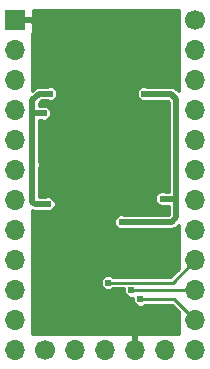
<source format=gbl>
G04 #@! TF.FileFunction,Copper,L2,Bot,Signal*
%FSLAX46Y46*%
G04 Gerber Fmt 4.6, Leading zero omitted, Abs format (unit mm)*
G04 Created by KiCad (PCBNEW 4.0.7) date 11/16/17 22:13:52*
%MOMM*%
%LPD*%
G01*
G04 APERTURE LIST*
%ADD10C,0.100000*%
%ADD11C,1.700000*%
%ADD12O,1.700000X1.700000*%
%ADD13R,1.700000X1.700000*%
%ADD14C,0.609600*%
%ADD15C,0.508000*%
%ADD16C,0.254000*%
G04 APERTURE END LIST*
D10*
D11*
X96520000Y-119380000D03*
D12*
X96520000Y-121920000D03*
X96520000Y-124460000D03*
X96520000Y-127000000D03*
X96520000Y-129540000D03*
X96520000Y-132080000D03*
X96520000Y-134620000D03*
X96520000Y-137160000D03*
X96520000Y-139700000D03*
X96520000Y-142240000D03*
X96520000Y-144780000D03*
X96520000Y-147320000D03*
D11*
X83820000Y-147320000D03*
D12*
X86360000Y-147320000D03*
X88900000Y-147320000D03*
X91440000Y-147320000D03*
X93980000Y-147320000D03*
D13*
X81280000Y-119380000D03*
D12*
X81280000Y-121920000D03*
X81280000Y-124460000D03*
X81280000Y-127000000D03*
X81280000Y-129540000D03*
X81280000Y-132080000D03*
X81280000Y-134620000D03*
X81280000Y-137160000D03*
X81280000Y-139700000D03*
X81280000Y-142240000D03*
X81280000Y-144780000D03*
X81280000Y-147320000D03*
D14*
X85090000Y-135743202D03*
X91440000Y-123507500D03*
X85979000Y-123507500D03*
X88138000Y-119316500D03*
X89598500Y-119316500D03*
X91059000Y-119316500D03*
X93662500Y-137223500D03*
X92646500Y-139827000D03*
X91630500Y-130111500D03*
X83693000Y-129032000D03*
X86106000Y-130111500D03*
X91313000Y-135318500D03*
X88200000Y-132205500D03*
X89662000Y-132207000D03*
X88200000Y-133605500D03*
X89600000Y-133605500D03*
X82740500Y-131625000D03*
X84221320Y-125590300D03*
X83693000Y-127254000D03*
X92202000Y-125603000D03*
X90297000Y-136461500D03*
X84074000Y-134937500D03*
X94932500Y-131635500D03*
X93789500Y-134493000D03*
X91134500Y-142240000D03*
X89150000Y-141605000D03*
X91884500Y-143002000D03*
D15*
X91440000Y-147320000D02*
X91440000Y-145669000D01*
X81280000Y-119380000D02*
X83439000Y-119380000D01*
D16*
X88037500Y-132043000D02*
X88011000Y-132016500D01*
X89762500Y-132043000D02*
X89789000Y-132016500D01*
X88037500Y-133768000D02*
X88011000Y-133794500D01*
X89762500Y-133768000D02*
X89789000Y-133794500D01*
D15*
X82740500Y-129032000D02*
X82740500Y-131625000D01*
X82740500Y-131625000D02*
X82740500Y-132588000D01*
X84221320Y-125590300D02*
X83324700Y-125590300D01*
X83324700Y-125590300D02*
X82740500Y-126174500D01*
X82740500Y-126174500D02*
X82740500Y-127254000D01*
X92202000Y-125603000D02*
X94497445Y-125603000D01*
X94497445Y-125603000D02*
X94932500Y-126038055D01*
X94932500Y-126038055D02*
X94932500Y-131635500D01*
X82740500Y-134747000D02*
X82931000Y-134937500D01*
X82931000Y-134937500D02*
X84074000Y-134937500D01*
X82740500Y-132588000D02*
X82740500Y-134747000D01*
X82740500Y-127254000D02*
X82740500Y-129032000D01*
X82740500Y-127254000D02*
X83693000Y-127254000D01*
X94932500Y-131635500D02*
X94932500Y-134493000D01*
X94932500Y-134493000D02*
X94932500Y-136080500D01*
X93789500Y-134493000D02*
X94220552Y-134493000D01*
X94220552Y-134493000D02*
X94932500Y-134493000D01*
X94932500Y-136080500D02*
X94551500Y-136461500D01*
X94551500Y-136461500D02*
X90297000Y-136461500D01*
D16*
X96520000Y-142240000D02*
X91134500Y-142240000D01*
X96520000Y-139700000D02*
X94615000Y-141605000D01*
X94615000Y-141605000D02*
X89150000Y-141605000D01*
X96520000Y-144780000D02*
X94742000Y-143002000D01*
X94742000Y-143002000D02*
X91884500Y-143002000D01*
G36*
X95123000Y-125406897D02*
X94908274Y-125192171D01*
X94719784Y-125066226D01*
X94497445Y-125022000D01*
X92450300Y-125022000D01*
X92328224Y-124971310D01*
X92076879Y-124971090D01*
X91844581Y-125067073D01*
X91666698Y-125244647D01*
X91570310Y-125476776D01*
X91570090Y-125728121D01*
X91666073Y-125960419D01*
X91843647Y-126138302D01*
X92075776Y-126234690D01*
X92327121Y-126234910D01*
X92450333Y-126184000D01*
X94256787Y-126184000D01*
X94351500Y-126278713D01*
X94351500Y-131387200D01*
X94300810Y-131509276D01*
X94300590Y-131760621D01*
X94351500Y-131883833D01*
X94351500Y-133912000D01*
X94037800Y-133912000D01*
X93915724Y-133861310D01*
X93664379Y-133861090D01*
X93432081Y-133957073D01*
X93254198Y-134134647D01*
X93157810Y-134366776D01*
X93157590Y-134618121D01*
X93253573Y-134850419D01*
X93431147Y-135028302D01*
X93663276Y-135124690D01*
X93914621Y-135124910D01*
X94037833Y-135074000D01*
X94351500Y-135074000D01*
X94351500Y-135839842D01*
X94310842Y-135880500D01*
X90545300Y-135880500D01*
X90423224Y-135829810D01*
X90171879Y-135829590D01*
X89939581Y-135925573D01*
X89761698Y-136103147D01*
X89665310Y-136335276D01*
X89665090Y-136586621D01*
X89761073Y-136818919D01*
X89938647Y-136996802D01*
X90170776Y-137093190D01*
X90422121Y-137093410D01*
X90545333Y-137042500D01*
X94551500Y-137042500D01*
X94773839Y-136998274D01*
X94962329Y-136872329D01*
X95123000Y-136711658D01*
X95123000Y-140454948D01*
X94426948Y-141151000D01*
X89589514Y-141151000D01*
X89508353Y-141069698D01*
X89276224Y-140973310D01*
X89024879Y-140973090D01*
X88792581Y-141069073D01*
X88614698Y-141246647D01*
X88518310Y-141478776D01*
X88518090Y-141730121D01*
X88614073Y-141962419D01*
X88791647Y-142140302D01*
X89023776Y-142236690D01*
X89275121Y-142236910D01*
X89507419Y-142140927D01*
X89589489Y-142059000D01*
X90525555Y-142059000D01*
X90502810Y-142113776D01*
X90502590Y-142365121D01*
X90598573Y-142597419D01*
X90776147Y-142775302D01*
X91008276Y-142871690D01*
X91254417Y-142871905D01*
X91252810Y-142875776D01*
X91252590Y-143127121D01*
X91348573Y-143359419D01*
X91526147Y-143537302D01*
X91758276Y-143633690D01*
X92009621Y-143633910D01*
X92241919Y-143537927D01*
X92323989Y-143456000D01*
X94553948Y-143456000D01*
X95123000Y-144025052D01*
X95123000Y-145923000D01*
X91904271Y-145923000D01*
X91796890Y-145878524D01*
X91712613Y-145923000D01*
X91167387Y-145923000D01*
X91083110Y-145878524D01*
X90975729Y-145923000D01*
X82677000Y-145923000D01*
X82677000Y-135453119D01*
X82708661Y-135474274D01*
X82931000Y-135518500D01*
X83825700Y-135518500D01*
X83947776Y-135569190D01*
X84199121Y-135569410D01*
X84431419Y-135473427D01*
X84609302Y-135295853D01*
X84705690Y-135063724D01*
X84705910Y-134812379D01*
X84609927Y-134580081D01*
X84432353Y-134402198D01*
X84200224Y-134305810D01*
X83948879Y-134305590D01*
X83825667Y-134356500D01*
X83321500Y-134356500D01*
X83321500Y-131873300D01*
X83372190Y-131751224D01*
X83372410Y-131499879D01*
X83321500Y-131376667D01*
X83321500Y-127835000D01*
X83444700Y-127835000D01*
X83566776Y-127885690D01*
X83818121Y-127885910D01*
X84050419Y-127789927D01*
X84228302Y-127612353D01*
X84324690Y-127380224D01*
X84324910Y-127128879D01*
X84228927Y-126896581D01*
X84051353Y-126718698D01*
X83819224Y-126622310D01*
X83567879Y-126622090D01*
X83444667Y-126673000D01*
X83321500Y-126673000D01*
X83321500Y-126415158D01*
X83565358Y-126171300D01*
X83973020Y-126171300D01*
X84095096Y-126221990D01*
X84346441Y-126222210D01*
X84578739Y-126126227D01*
X84756622Y-125948653D01*
X84853010Y-125716524D01*
X84853230Y-125465179D01*
X84757247Y-125232881D01*
X84579673Y-125054998D01*
X84347544Y-124958610D01*
X84096199Y-124958390D01*
X83972987Y-125009300D01*
X83324700Y-125009300D01*
X83102361Y-125053526D01*
X82913871Y-125179471D01*
X82677000Y-125416342D01*
X82677000Y-120568761D01*
X82765000Y-120356310D01*
X82765000Y-119665750D01*
X82677000Y-119577750D01*
X82677000Y-119182250D01*
X82765000Y-119094250D01*
X82765000Y-118512000D01*
X95123000Y-118512000D01*
X95123000Y-125406897D01*
X95123000Y-125406897D01*
G37*
X95123000Y-125406897D02*
X94908274Y-125192171D01*
X94719784Y-125066226D01*
X94497445Y-125022000D01*
X92450300Y-125022000D01*
X92328224Y-124971310D01*
X92076879Y-124971090D01*
X91844581Y-125067073D01*
X91666698Y-125244647D01*
X91570310Y-125476776D01*
X91570090Y-125728121D01*
X91666073Y-125960419D01*
X91843647Y-126138302D01*
X92075776Y-126234690D01*
X92327121Y-126234910D01*
X92450333Y-126184000D01*
X94256787Y-126184000D01*
X94351500Y-126278713D01*
X94351500Y-131387200D01*
X94300810Y-131509276D01*
X94300590Y-131760621D01*
X94351500Y-131883833D01*
X94351500Y-133912000D01*
X94037800Y-133912000D01*
X93915724Y-133861310D01*
X93664379Y-133861090D01*
X93432081Y-133957073D01*
X93254198Y-134134647D01*
X93157810Y-134366776D01*
X93157590Y-134618121D01*
X93253573Y-134850419D01*
X93431147Y-135028302D01*
X93663276Y-135124690D01*
X93914621Y-135124910D01*
X94037833Y-135074000D01*
X94351500Y-135074000D01*
X94351500Y-135839842D01*
X94310842Y-135880500D01*
X90545300Y-135880500D01*
X90423224Y-135829810D01*
X90171879Y-135829590D01*
X89939581Y-135925573D01*
X89761698Y-136103147D01*
X89665310Y-136335276D01*
X89665090Y-136586621D01*
X89761073Y-136818919D01*
X89938647Y-136996802D01*
X90170776Y-137093190D01*
X90422121Y-137093410D01*
X90545333Y-137042500D01*
X94551500Y-137042500D01*
X94773839Y-136998274D01*
X94962329Y-136872329D01*
X95123000Y-136711658D01*
X95123000Y-140454948D01*
X94426948Y-141151000D01*
X89589514Y-141151000D01*
X89508353Y-141069698D01*
X89276224Y-140973310D01*
X89024879Y-140973090D01*
X88792581Y-141069073D01*
X88614698Y-141246647D01*
X88518310Y-141478776D01*
X88518090Y-141730121D01*
X88614073Y-141962419D01*
X88791647Y-142140302D01*
X89023776Y-142236690D01*
X89275121Y-142236910D01*
X89507419Y-142140927D01*
X89589489Y-142059000D01*
X90525555Y-142059000D01*
X90502810Y-142113776D01*
X90502590Y-142365121D01*
X90598573Y-142597419D01*
X90776147Y-142775302D01*
X91008276Y-142871690D01*
X91254417Y-142871905D01*
X91252810Y-142875776D01*
X91252590Y-143127121D01*
X91348573Y-143359419D01*
X91526147Y-143537302D01*
X91758276Y-143633690D01*
X92009621Y-143633910D01*
X92241919Y-143537927D01*
X92323989Y-143456000D01*
X94553948Y-143456000D01*
X95123000Y-144025052D01*
X95123000Y-145923000D01*
X91904271Y-145923000D01*
X91796890Y-145878524D01*
X91712613Y-145923000D01*
X91167387Y-145923000D01*
X91083110Y-145878524D01*
X90975729Y-145923000D01*
X82677000Y-145923000D01*
X82677000Y-135453119D01*
X82708661Y-135474274D01*
X82931000Y-135518500D01*
X83825700Y-135518500D01*
X83947776Y-135569190D01*
X84199121Y-135569410D01*
X84431419Y-135473427D01*
X84609302Y-135295853D01*
X84705690Y-135063724D01*
X84705910Y-134812379D01*
X84609927Y-134580081D01*
X84432353Y-134402198D01*
X84200224Y-134305810D01*
X83948879Y-134305590D01*
X83825667Y-134356500D01*
X83321500Y-134356500D01*
X83321500Y-131873300D01*
X83372190Y-131751224D01*
X83372410Y-131499879D01*
X83321500Y-131376667D01*
X83321500Y-127835000D01*
X83444700Y-127835000D01*
X83566776Y-127885690D01*
X83818121Y-127885910D01*
X84050419Y-127789927D01*
X84228302Y-127612353D01*
X84324690Y-127380224D01*
X84324910Y-127128879D01*
X84228927Y-126896581D01*
X84051353Y-126718698D01*
X83819224Y-126622310D01*
X83567879Y-126622090D01*
X83444667Y-126673000D01*
X83321500Y-126673000D01*
X83321500Y-126415158D01*
X83565358Y-126171300D01*
X83973020Y-126171300D01*
X84095096Y-126221990D01*
X84346441Y-126222210D01*
X84578739Y-126126227D01*
X84756622Y-125948653D01*
X84853010Y-125716524D01*
X84853230Y-125465179D01*
X84757247Y-125232881D01*
X84579673Y-125054998D01*
X84347544Y-124958610D01*
X84096199Y-124958390D01*
X83972987Y-125009300D01*
X83324700Y-125009300D01*
X83102361Y-125053526D01*
X82913871Y-125179471D01*
X82677000Y-125416342D01*
X82677000Y-120568761D01*
X82765000Y-120356310D01*
X82765000Y-119665750D01*
X82677000Y-119577750D01*
X82677000Y-119182250D01*
X82765000Y-119094250D01*
X82765000Y-118512000D01*
X95123000Y-118512000D01*
X95123000Y-125406897D01*
M02*

</source>
